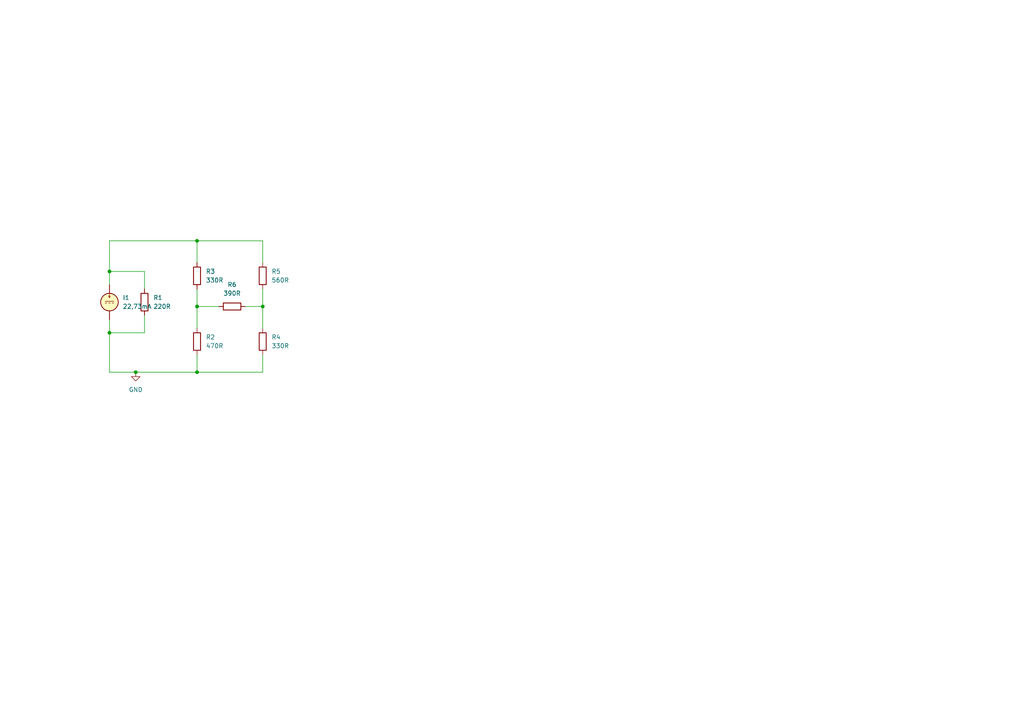
<source format=kicad_sch>
(kicad_sch (version 20231120) (generator "eeschema") (generator_version "8.0")
  (paper "A4")
  (lib_symbols
    (symbol "Device:R" (pin_numbers hide) (pin_names (offset 0))
      (property "Reference" "R" (at 2.032 0 90))
      (property "Value" "R" (at 0 0 90))
      (symbol "R_0_1"
        (rectangle (start -1.016 -2.54) (end 1.016 2.54) (stroke (width 0.254)))
      )
      (symbol "R_1_1"
        (pin passive line (at 0 3.81 270) (length 1.27) (name "~") (number "1"))
        (pin passive line (at 0 -3.81 90) (length 1.27) (name "~") (number "2"))
      )
    )
    (symbol "Simulation_SPICE:IDC" (pin_numbers hide) (pin_names (offset 0.0254))
      (property "Reference" "I" (at 2.54 2.54 0))
      (property "Value" "1" (at 2.54 0 0))
      (symbol "IDC_0_0"
        (polyline (pts (xy -1.27 0.254) (xy 1.27 0.254)))
        (polyline (pts (xy -0.762 -0.254) (xy -1.27 -0.254)))
        (polyline (pts (xy 0.254 -0.254) (xy -0.254 -0.254)))
        (polyline (pts (xy 1.27 -0.254) (xy 0.762 -0.254)))
      )
      (symbol "IDC_0_1"
        (polyline (pts (xy 0 1.27) (xy 0 2.286)))
        (polyline (pts (xy -0.254 1.778) (xy 0 1.27) (xy 0.254 1.778)))
        (circle (center 0 0) (radius 2.54) (stroke (width 0.254)) (fill (type background)))
      )
      (symbol "IDC_1_1"
        (pin passive line (at 0 5.08 270) (length 2.54) (name "~") (number "1"))
        (pin passive line (at 0 -5.08 90) (length 2.54) (name "~") (number "2"))
      )
    )
    (symbol "power:GND" (power) (pin_numbers hide) (pin_names (offset 0) hide)
      (property "Value" "GND" (at 0 -3.81 0))
      (symbol "GND_0_1"
        (polyline (pts (xy 0 0) (xy 0 -1.27) (xy 1.27 -1.27) (xy 0 -2.54) (xy -1.27 -1.27) (xy 0 -1.27)))
      )
      (symbol "GND_1_1"
        (pin power_in line (at 0 0 270) (length 0) (name "~") (number "1"))
      )
    )
  )
  (junction (at 57.15 69.85))
  (junction (at 57.15 88.9))
  (junction (at 76.2 88.9))
  (junction (at 57.15 107.95))
  (junction (at 31.75 96.52))
  (junction (at 31.75 78.74))
  (junction (at 39.37 107.95))
  (wire (pts (xy 31.75 96.52) (xy 31.75 92.71)))
  (wire (pts (xy 57.15 88.9) (xy 63.5 88.9)))
  (wire (pts (xy 57.15 69.85) (xy 57.15 76.2)))
  (wire (pts (xy 57.15 107.95) (xy 39.37 107.95)))
  (wire (pts (xy 31.75 82.55) (xy 31.75 78.74)))
  (wire (pts (xy 41.91 83.82) (xy 41.91 78.74)))
  (wire (pts (xy 57.15 107.95) (xy 76.2 107.95)))
  (wire (pts (xy 31.75 69.85) (xy 31.75 78.74)))
  (wire (pts (xy 39.37 107.95) (xy 31.75 107.95)))
  (wire (pts (xy 41.91 78.74) (xy 31.75 78.74)))
  (wire (pts (xy 76.2 69.85) (xy 57.15 69.85)))
  (wire (pts (xy 76.2 83.82) (xy 76.2 88.9)))
  (wire (pts (xy 76.2 76.2) (xy 76.2 69.85)))
  (wire (pts (xy 76.2 88.9) (xy 76.2 95.25)))
  (wire (pts (xy 76.2 102.87) (xy 76.2 107.95)))
  (wire (pts (xy 31.75 69.85) (xy 57.15 69.85)))
  (wire (pts (xy 57.15 83.82) (xy 57.15 88.9)))
  (wire (pts (xy 57.15 88.9) (xy 57.15 95.25)))
  (wire (pts (xy 57.15 102.87) (xy 57.15 107.95)))
  (wire (pts (xy 76.2 88.9) (xy 71.12 88.9)))
  (wire (pts (xy 41.91 96.52) (xy 31.75 96.52)))
  (wire (pts (xy 31.75 107.95) (xy 31.75 96.52)))
  (wire (pts (xy 41.91 91.44) (xy 41.91 96.52)))
  (symbol (lib_id "Device:R") (at 41.91 87.63 180) (unit 1)
    (property "Reference" "R1" (at 44.45 86.3599 0) (effects (justify right)))
    (property "Value" "220R" (at 44.45 88.8999 0) (effects (justify right)))
    (property "Description" "Resistor" (effects (hide yes)))
  )
  (symbol (lib_id "Simulation_SPICE:IDC") (at 31.75 87.63 0) (unit 1)
    (property "Reference" "I1" (at 35.56 86.3599 0) (effects (justify left)))
    (property "Value" "22,73mA" (at 35.56 88.8999 0) (effects (justify left)))
    (property "Datasheet" "https://ngspice.sourceforge.io/docs/ngspice-html-manual/manual.xhtml#sec_Independent_Sources_for" (effects (hide yes)))
    (property "Description" "Current source, DC" (effects (hide yes)))
    (property "Sim.Pins" "1=+ 2=-" (effects (hide yes)))
    (property "Sim.Type" "DC" (effects (hide yes)))
    (property "Sim.Device" "I" (effects (hide yes)))
  )
  (symbol (lib_id "Device:R") (at 76.2 80.01 0) (unit 1)
    (property "Reference" "R5" (at 78.74 78.7399 0) (effects (justify left)))
    (property "Value" "560R" (at 78.74 81.2799 0) (effects (justify left)))
    (property "Description" "Resistor" (effects (hide yes)))
  )
  (symbol (lib_id "Device:R") (at 67.31 88.9 90) (unit 1)
    (property "Reference" "R6" (at 67.31 82.55 90))
    (property "Value" "390R" (at 67.31 85.09 90))
    (property "Description" "Resistor" (effects (hide yes)))
  )
  (symbol (lib_id "Device:R") (at 57.15 99.06 0) (unit 1)
    (property "Reference" "R2" (at 59.69 97.7899 0) (effects (justify left)))
    (property "Value" "470R" (at 59.69 100.3299 0) (effects (justify left)))
    (property "Description" "Resistor" (effects (hide yes)))
  )
  (symbol (lib_id "Device:R") (at 57.15 80.01 0) (unit 1)
    (property "Reference" "R3" (at 59.69 78.7399 0) (effects (justify left)))
    (property "Value" "330R" (at 59.69 81.2799 0) (effects (justify left)))
    (property "Description" "Resistor" (effects (hide yes)))
  )
  (symbol (lib_id "power:GND") (at 39.37 107.95 0) (unit 1)
    (property "Reference" "#PWR1" (effects (hide yes)))
    (property "Value" "GND" (at 39.37 113.03 0))
    (property "Description" "Power symbol creates a global label with name \"GND\" , ground" (effects (hide yes)))
  )
  (symbol (lib_id "Device:R") (at 76.2 99.06 0) (unit 1)
    (property "Reference" "R4" (at 78.74 97.7899 0) (effects (justify left)))
    (property "Value" "330R" (at 78.74 100.3299 0) (effects (justify left)))
    (property "Description" "Resistor" (effects (hide yes)))
  )
)
</source>
